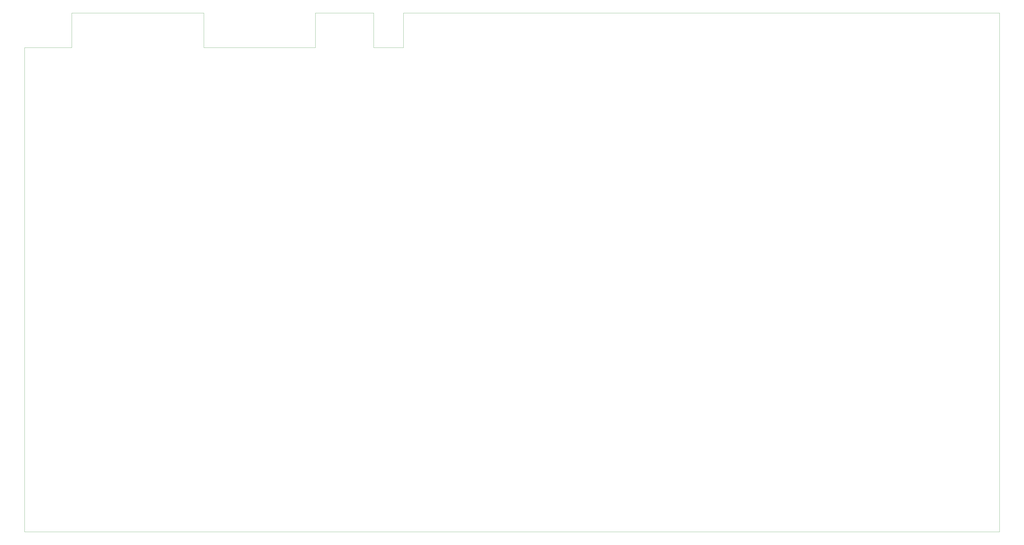
<source format=gbr>
%TF.GenerationSoftware,KiCad,Pcbnew,(6.0.6)*%
%TF.CreationDate,2022-08-03T12:05:02+02:00*%
%TF.ProjectId,Z80AllInOne,5a383041-6c6c-4496-9e4f-6e652e6b6963,rev?*%
%TF.SameCoordinates,Original*%
%TF.FileFunction,Profile,NP*%
%FSLAX46Y46*%
G04 Gerber Fmt 4.6, Leading zero omitted, Abs format (unit mm)*
G04 Created by KiCad (PCBNEW (6.0.6)) date 2022-08-03 12:05:02*
%MOMM*%
%LPD*%
G01*
G04 APERTURE LIST*
%TA.AperFunction,Profile*%
%ADD10C,0.100000*%
%TD*%
G04 APERTURE END LIST*
D10*
X154940000Y-31750000D02*
X131445000Y-31750000D01*
X154940000Y-45720000D02*
X154940000Y-31750000D01*
X167005000Y-45720000D02*
X154940000Y-45720000D01*
X167005000Y-31750000D02*
X167005000Y-45720000D01*
X131445000Y-45720000D02*
X131445000Y-31750000D01*
X86360000Y-45720000D02*
X131445000Y-45720000D01*
X13970000Y-45720000D02*
X13970000Y-241300000D01*
X86360000Y-33020000D02*
X86360000Y-45720000D01*
X407670000Y-31750000D02*
X167005000Y-31750000D01*
X407670000Y-241300000D02*
X407670000Y-227330000D01*
X33020000Y-45720000D02*
X33020000Y-31750000D01*
X407670000Y-31750000D02*
X407670000Y-227330000D01*
X86360000Y-31750000D02*
X86360000Y-33020000D01*
X13970000Y-241300000D02*
X407670000Y-241300000D01*
X13970000Y-45720000D02*
X33020000Y-45720000D01*
X33020000Y-31750000D02*
X86360000Y-31750000D01*
M02*

</source>
